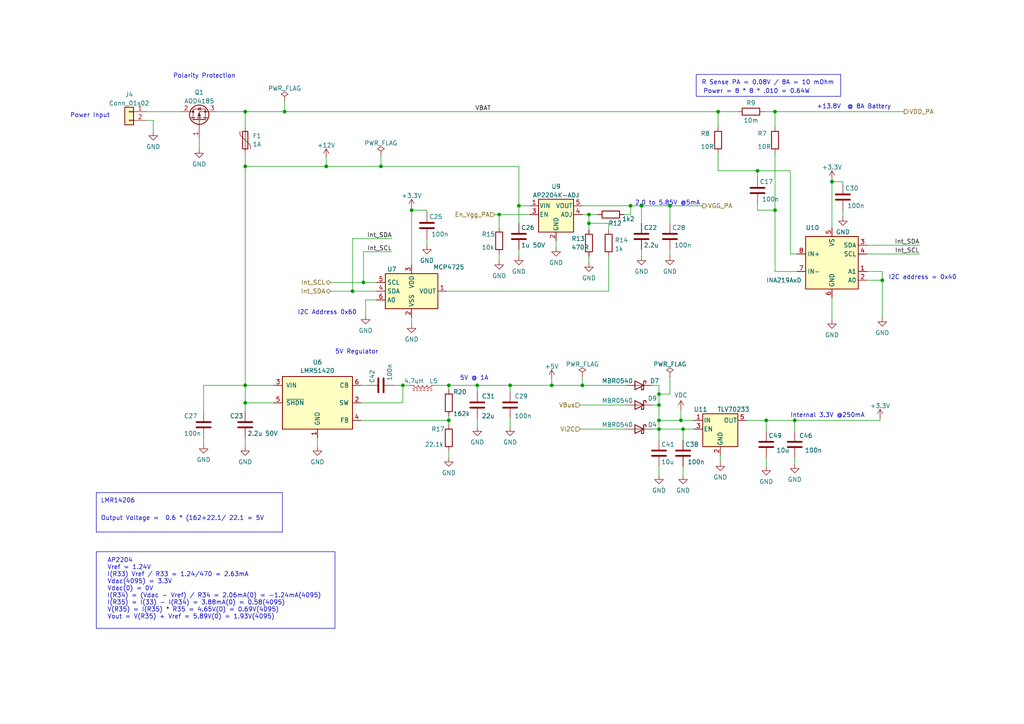
<source format=kicad_sch>
(kicad_sch (version 20231120) (generator "eeschema") (generator_version "8.0")
  (paper "A4")
  (lib_symbols
    (symbol "Analog_DAC:MCP4725xxx-xCH"
      (property "Reference" "U" (at -6.35 6.35 0))
      (property "Value" "MCP4725xxx-xCH" (at 8.89 6.35 0))
      (symbol "MCP4725xxx-xCH_0_1"
        (rectangle (start -7.62 5.08) (end 7.62 -5.08) (stroke (width 0.254)) (fill (type background)))
      )
      (symbol "MCP4725xxx-xCH_1_1"
        (pin output line (at 10.16 0 180) (length 2.54) (name "VOUT") (number "1"))
        (pin power_in line (at 0 -7.62 90) (length 2.54) (name "VSS") (number "2"))
        (pin power_in line (at 0 7.62 270) (length 2.54) (name "VDD") (number "3"))
        (pin bidirectional line (at -10.16 0 0) (length 2.54) (name "SDA") (number "4"))
        (pin input line (at -10.16 2.54 0) (length 2.54) (name "SCL") (number "5"))
        (pin input line (at -10.16 -2.54 0) (length 2.54) (name "A0") (number "6"))
      )
    )
    (symbol "Connector_Generic:Conn_01x02" (pin_names (offset 1.016) hide)
      (property "Reference" "J" (at 0 2.54 0))
      (property "Value" "Conn_01x02" (at 0 -5.08 0))
      (symbol "Conn_01x02_1_1"
        (rectangle (start -1.27 -2.413) (end 0 -2.667) (stroke (width 0.1524)))
        (rectangle (start -1.27 0.127) (end 0 -0.127) (stroke (width 0.1524)))
        (rectangle (start -1.27 1.27) (end 1.27 -3.81) (stroke (width 0.254)) (fill (type background)))
        (pin passive line (at -5.08 0 0) (length 3.81) (name "Pin_1") (number "1"))
        (pin passive line (at -5.08 -2.54 0) (length 3.81) (name "Pin_2") (number "2"))
      )
    )
    (symbol "Device:C" (pin_numbers hide) (pin_names (offset 0.254))
      (property "Reference" "C" (at 0.635 2.54 0))
      (property "Value" "C" (at 0.635 -2.54 0))
      (symbol "C_0_1"
        (polyline (pts (xy -2.032 -0.762) (xy 2.032 -0.762)) (stroke (width 0.508)))
        (polyline (pts (xy -2.032 0.762) (xy 2.032 0.762)) (stroke (width 0.508)))
      )
      (symbol "C_1_1"
        (pin passive line (at 0 3.81 270) (length 2.794) (name "~") (number "1"))
        (pin passive line (at 0 -3.81 90) (length 2.794) (name "~") (number "2"))
      )
    )
    (symbol "Device:D_Schottky" (pin_numbers hide) (pin_names (offset 1.016) hide)
      (property "Reference" "D" (at 0 2.54 0))
      (property "Value" "D_Schottky" (at 0 -2.54 0))
      (symbol "D_Schottky_0_1"
        (polyline (pts (xy 1.27 0) (xy -1.27 0)))
        (polyline (pts (xy 1.27 1.27) (xy 1.27 -1.27) (xy -1.27 0) (xy 1.27 1.27)) (stroke (width 0.254)))
        (polyline (pts (xy -1.905 0.635) (xy -1.905 1.27) (xy -1.27 1.27) (xy -1.27 -1.27) (xy -0.635 -1.27) (xy -0.635 -0.635)) (stroke (width 0.254)))
      )
      (symbol "D_Schottky_1_1"
        (pin passive line (at -3.81 0 0) (length 2.54) (name "K") (number "1"))
        (pin passive line (at 3.81 0 180) (length 2.54) (name "A") (number "2"))
      )
    )
    (symbol "Device:L_Ferrite" (pin_numbers hide) (pin_names (offset 1.016) hide)
      (property "Reference" "L" (at -1.27 0 90))
      (property "Value" "L_Ferrite" (at 2.794 0 90))
      (symbol "L_Ferrite_0_1"
        (arc (start 0 -2.54) (mid 0.6323 -1.905) (end 0 -1.27))
        (arc (start 0 -1.27) (mid 0.6323 -0.635) (end 0 0))
        (polyline (pts (xy 1.016 -2.794) (xy 1.016 -2.286)))
        (polyline (pts (xy 1.016 -1.778) (xy 1.016 -1.27)))
        (polyline (pts (xy 1.016 -0.762) (xy 1.016 -0.254)))
        (polyline (pts (xy 1.016 0.254) (xy 1.016 0.762)))
        (polyline (pts (xy 1.016 1.27) (xy 1.016 1.778)))
        (polyline (pts (xy 1.016 2.286) (xy 1.016 2.794)))
        (polyline (pts (xy 1.524 -2.286) (xy 1.524 -2.794)))
        (polyline (pts (xy 1.524 -1.27) (xy 1.524 -1.778)))
        (polyline (pts (xy 1.524 -0.254) (xy 1.524 -0.762)))
        (polyline (pts (xy 1.524 0.762) (xy 1.524 0.254)))
        (polyline (pts (xy 1.524 1.778) (xy 1.524 1.27)))
        (polyline (pts (xy 1.524 2.794) (xy 1.524 2.286)))
        (arc (start 0 0) (mid 0.6323 0.635) (end 0 1.27))
        (arc (start 0 1.27) (mid 0.6323 1.905) (end 0 2.54))
      )
      (symbol "L_Ferrite_1_1"
        (pin passive line (at 0 3.81 270) (length 1.27) (name "1") (number "1"))
        (pin passive line (at 0 -3.81 90) (length 1.27) (name "2") (number "2"))
      )
    )
    (symbol "Device:Polyfuse" (pin_numbers hide) (pin_names (offset 0))
      (property "Reference" "F" (at -2.54 0 90))
      (property "Value" "Polyfuse" (at 2.54 0 90))
      (symbol "Polyfuse_0_1"
        (rectangle (start -0.762 2.54) (end 0.762 -2.54) (stroke (width 0.254)))
        (polyline (pts (xy 0 2.54) (xy 0 -2.54)))
        (polyline (pts (xy -1.524 2.54) (xy -1.524 1.524) (xy 1.524 -1.524) (xy 1.524 -2.54)))
      )
      (symbol "Polyfuse_1_1"
        (pin passive line (at 0 3.81 270) (length 1.27) (name "~") (number "1"))
        (pin passive line (at 0 -3.81 90) (length 1.27) (name "~") (number "2"))
      )
    )
    (symbol "Device:R" (pin_numbers hide) (pin_names (offset 0))
      (property "Reference" "R" (at 2.032 0 90))
      (property "Value" "R" (at 0 0 90))
      (symbol "R_0_1"
        (rectangle (start -1.016 -2.54) (end 1.016 2.54) (stroke (width 0.254)))
      )
      (symbol "R_1_1"
        (pin passive line (at 0 3.81 270) (length 1.27) (name "~") (number "1"))
        (pin passive line (at 0 -3.81 90) (length 1.27) (name "~") (number "2"))
      )
    )
    (symbol "Pi_PA:LMR51420" (pin_names (offset 1.016))
      (property "Reference" "U" (at -10.16 11.43 0))
      (property "Value" "LMR51420" (at -10.16 8.89 0))
      (symbol "LMR51420_0_1"
        (rectangle (start -10.16 7.62) (end 10.16 -7.62) (stroke (width 0.254)) (fill (type background)))
      )
      (symbol "LMR51420_1_1"
        (pin power_in line (at 0 -10.16 90) (length 2.54) (name "GND") (number "1"))
        (pin output line (at 12.7 0 180) (length 2.54) (name "SW") (number "2"))
        (pin power_in line (at -12.7 5.08 0) (length 2.54) (name "VIN") (number "3"))
        (pin input line (at 12.7 -5.08 180) (length 2.54) (name "FB") (number "4"))
        (pin input line (at -12.7 0 0) (length 2.54) (name "~{SHDN}") (number "5"))
        (pin input line (at 12.7 5.08 180) (length 2.54) (name "CB") (number "6"))
      )
    )
    (symbol "Regulator_Linear:AP2204K-ADJ" (pin_names (offset 0.254))
      (property "Reference" "U" (at -5.08 5.715 0))
      (property "Value" "AP2204K-ADJ" (at 0 5.715 0))
      (symbol "AP2204K-ADJ_0_1"
        (rectangle (start -5.08 4.445) (end 5.08 -5.08) (stroke (width 0.254)) (fill (type background)))
      )
      (symbol "AP2204K-ADJ_1_1"
        (pin power_in line (at -7.62 2.54 0) (length 2.54) (name "VIN") (number "1"))
        (pin power_in line (at 0 -7.62 90) (length 2.54) (name "GND") (number "2"))
        (pin input line (at -7.62 0 0) (length 2.54) (name "EN") (number "3"))
        (pin input line (at 7.62 0 180) (length 2.54) (name "ADJ") (number "4"))
        (pin power_out line (at 7.62 2.54 180) (length 2.54) (name "VOUT") (number "5"))
      )
    )
    (symbol "Regulator_Linear:TLV70233_SOT23-5" (pin_names (offset 0.254))
      (property "Reference" "U" (at -3.81 5.715 0))
      (property "Value" "TLV70233_SOT23-5" (at 0 5.715 0))
      (symbol "TLV70233_SOT23-5_0_1"
        (rectangle (start -5.08 4.445) (end 5.08 -5.08) (stroke (width 0.254)) (fill (type background)))
      )
      (symbol "TLV70233_SOT23-5_1_1"
        (pin power_in line (at -7.62 2.54 0) (length 2.54) (name "IN") (number "1"))
        (pin power_in line (at 0 -7.62 90) (length 2.54) (name "GND") (number "2"))
        (pin input line (at -7.62 0 0) (length 2.54) (name "EN") (number "3"))
        (pin no_connect line (at 5.08 0 180) (length 2.54) hide (name "NC") (number "4"))
        (pin power_out line (at 7.62 2.54 180) (length 2.54) (name "OUT") (number "5"))
      )
    )
    (symbol "Sensor_Energy:INA219AxD"
      (property "Reference" "U" (at -6.35 8.89 0))
      (property "Value" "INA219AxD" (at 5.08 8.89 0))
      (symbol "INA219AxD_0_1"
        (rectangle (start -7.62 7.62) (end 7.62 -7.62) (stroke (width 0.254)) (fill (type background)))
      )
      (symbol "INA219AxD_1_1"
        (pin input line (at 10.16 -2.54 180) (length 2.54) (name "A1") (number "1"))
        (pin input line (at 10.16 -5.08 180) (length 2.54) (name "A0") (number "2"))
        (pin bidirectional line (at 10.16 5.08 180) (length 2.54) (name "SDA") (number "3"))
        (pin input line (at 10.16 2.54 180) (length 2.54) (name "SCL") (number "4"))
        (pin power_in line (at 0 10.16 270) (length 2.54) (name "VS") (number "5"))
        (pin power_in line (at 0 -10.16 90) (length 2.54) (name "GND") (number "6"))
        (pin input line (at -10.16 -2.54 0) (length 2.54) (name "IN-") (number "7"))
        (pin input line (at -10.16 2.54 0) (length 2.54) (name "IN+") (number "8"))
      )
    )
    (symbol "Transistor_FET:SUD09P10-195" (pin_names hide)
      (property "Reference" "Q" (at 4.953 1.905 0))
      (property "Value" "SUD09P10-195" (at 4.953 0 0))
      (symbol "SUD09P10-195_0_1"
        (polyline (pts (xy 0.254 0) (xy -2.54 0)))
        (polyline (pts (xy 0.254 1.905) (xy 0.254 -1.905)) (stroke (width 0.254)))
        (polyline (pts (xy 0.762 -1.27) (xy 0.762 -2.286)) (stroke (width 0.254)))
        (polyline (pts (xy 0.762 0.508) (xy 0.762 -0.508)) (stroke (width 0.254)))
        (polyline (pts (xy 0.762 2.286) (xy 0.762 1.27)) (stroke (width 0.254)))
        (polyline (pts (xy 2.54 2.54) (xy 2.54 1.778)))
        (polyline (pts (xy 2.54 -2.54) (xy 2.54 0) (xy 0.762 0)))
        (polyline (pts (xy 0.762 1.778) (xy 3.302 1.778) (xy 3.302 -1.778) (xy 0.762 -1.778)))
        (polyline (pts (xy 2.286 0) (xy 1.27 0.381) (xy 1.27 -0.381) (xy 2.286 0)) (fill (type outline)))
        (polyline (pts (xy 2.794 -0.508) (xy 2.921 -0.381) (xy 3.683 -0.381) (xy 3.81 -0.254)))
        (polyline (pts (xy 3.302 -0.381) (xy 2.921 0.254) (xy 3.683 0.254) (xy 3.302 -0.381)))
        (circle (center 1.651 0) (radius 2.794) (stroke (width 0.254)))
        (circle (center 2.54 -1.778) (radius 0.254) (fill (type outline)))
        (circle (center 2.54 1.778) (radius 0.254) (fill (type outline)))
      )
      (symbol "SUD09P10-195_1_1"
        (pin input line (at -5.08 0 0) (length 2.54) (name "G") (number "1"))
        (pin passive line (at 2.54 5.08 270) (length 2.54) (name "D") (number "2"))
        (pin passive line (at 2.54 -5.08 90) (length 2.54) (name "S") (number "3"))
      )
    )
    (symbol "power:+12V" (power) (pin_names (offset 0))
      (property "Value" "+12V" (at 0 3.556 0))
      (symbol "+12V_0_1"
        (polyline (pts (xy -0.762 1.27) (xy 0 2.54)))
        (polyline (pts (xy 0 0) (xy 0 2.54)))
        (polyline (pts (xy 0 2.54) (xy 0.762 1.27)))
      )
      (symbol "+12V_1_1"
        (pin power_in line (at 0 0 90) (length 0) hide (name "+12V") (number "1"))
      )
    )
    (symbol "power:+3.3V" (power) (pin_names (offset 0))
      (property "Value" "+3.3V" (at 0 3.556 0))
      (symbol "+3.3V_0_1"
        (polyline (pts (xy -0.762 1.27) (xy 0 2.54)))
        (polyline (pts (xy 0 0) (xy 0 2.54)))
        (polyline (pts (xy 0 2.54) (xy 0.762 1.27)))
      )
      (symbol "+3.3V_1_1"
        (pin power_in line (at 0 0 90) (length 0) hide (name "+3.3V") (number "1"))
      )
    )
    (symbol "power:+5V" (power) (pin_names (offset 0))
      (property "Value" "+5V" (at 0 3.556 0))
      (symbol "+5V_0_1"
        (polyline (pts (xy -0.762 1.27) (xy 0 2.54)))
        (polyline (pts (xy 0 0) (xy 0 2.54)))
        (polyline (pts (xy 0 2.54) (xy 0.762 1.27)))
      )
      (symbol "+5V_1_1"
        (pin power_in line (at 0 0 90) (length 0) hide (name "+5V") (number "1"))
      )
    )
    (symbol "power:GND" (power) (pin_names (offset 0))
      (property "Value" "GND" (at 0 -3.81 0))
      (symbol "GND_0_1"
        (polyline (pts (xy 0 0) (xy 0 -1.27) (xy 1.27 -1.27) (xy 0 -2.54) (xy -1.27 -1.27) (xy 0 -1.27)))
      )
      (symbol "GND_1_1"
        (pin power_in line (at 0 0 270) (length 0) hide (name "GND") (number "1"))
      )
    )
    (symbol "power:PWR_FLAG" (power) (pin_numbers hide) (pin_names (offset 0) hide)
      (property "Value" "PWR_FLAG" (at 0 3.81 0))
      (symbol "PWR_FLAG_0_0"
        (pin power_out line (at 0 0 90) (length 0) (name "pwr") (number "1"))
      )
      (symbol "PWR_FLAG_0_1"
        (polyline (pts (xy 0 0) (xy 0 1.27) (xy -1.016 1.905) (xy 0 2.54) (xy 1.016 1.905) (xy 0 1.27)))
      )
    )
    (symbol "power:VDC" (power) (pin_names (offset 0))
      (property "Value" "VDC" (at 0 6.35 0))
      (symbol "VDC_0_1"
        (polyline (pts (xy -0.762 1.27) (xy 0 2.54)))
        (polyline (pts (xy 0 0) (xy 0 2.54)))
        (polyline (pts (xy 0 2.54) (xy 0.762 1.27)))
      )
      (symbol "VDC_1_1"
        (pin power_in line (at 0 0 90) (length 0) hide (name "VDC") (number "1"))
      )
    )
  )
  (junction (at 94.615 48.26))
  (junction (at 110.49 48.26))
  (junction (at 255.905 81.28))
  (junction (at 224.79 60.96))
  (junction (at 102.235 84.455))
  (junction (at 224.79 32.385))
  (junction (at 168.91 111.76))
  (junction (at 197.485 121.92))
  (junction (at 182.88 59.69))
  (junction (at 230.505 121.92))
  (junction (at 105.41 81.915))
  (junction (at 170.815 62.23))
  (junction (at 170.815 64.77))
  (junction (at 119.38 60.96))
  (junction (at 116.84 111.76))
  (junction (at 194.31 59.69))
  (junction (at 191.135 114.3))
  (junction (at 82.55 32.385))
  (junction (at 186.055 59.69))
  (junction (at 191.135 117.475))
  (junction (at 160.02 111.76))
  (junction (at 71.12 116.84))
  (junction (at 147.955 111.76))
  (junction (at 191.135 121.92))
  (junction (at 144.78 62.23))
  (junction (at 138.43 111.76))
  (junction (at 241.3 52.705))
  (junction (at 191.135 124.46))
  (junction (at 222.25 121.92))
  (junction (at 130.175 111.76))
  (junction (at 71.12 32.385))
  (junction (at 71.12 48.26))
  (junction (at 71.12 111.76))
  (junction (at 208.28 32.385))
  (junction (at 219.71 49.53))
  (junction (at 150.495 59.69))
  (junction (at 130.175 121.92))
  (junction (at 198.12 124.46))
  (wire (pts (xy 130.175 120.65) (xy 130.175 121.92)))
  (wire (pts (xy 71.12 48.26) (xy 94.615 48.26)))
  (polyline (pts (xy 27.94 142.875) (xy 81.915 142.875)))
  (wire (pts (xy 219.71 60.96) (xy 224.79 60.96)))
  (wire (pts (xy 168.275 124.46) (xy 181.61 124.46)))
  (polyline (pts (xy 27.94 160.02) (xy 27.94 182.245)))
  (wire (pts (xy 104.775 111.76) (xy 106.68 111.76)))
  (wire (pts (xy 119.38 60.325) (xy 119.38 60.96)))
  (wire (pts (xy 229.235 49.53) (xy 229.235 73.66)))
  (wire (pts (xy 160.02 109.855) (xy 160.02 111.76)))
  (wire (pts (xy 130.175 111.76) (xy 130.175 113.03)))
  (wire (pts (xy 219.71 59.055) (xy 219.71 60.96)))
  (wire (pts (xy 191.135 117.475) (xy 191.135 114.3)))
  (wire (pts (xy 230.505 121.92) (xy 255.27 121.92)))
  (polyline (pts (xy 201.93 21.59) (xy 201.93 27.94)))
  (wire (pts (xy 251.46 78.74) (xy 255.905 78.74)))
  (wire (pts (xy 71.12 127) (xy 71.12 129.54)))
  (wire (pts (xy 130.175 121.92) (xy 130.175 123.19)))
  (wire (pts (xy 194.31 59.69) (xy 194.31 64.77)))
  (wire (pts (xy 198.12 124.46) (xy 198.12 127.635)))
  (wire (pts (xy 170.815 64.77) (xy 170.815 62.23)))
  (polyline (pts (xy 27.94 182.245) (xy 97.155 182.245)))
  (wire (pts (xy 189.23 117.475) (xy 191.135 117.475)))
  (wire (pts (xy 176.53 84.455) (xy 176.53 74.295)))
  (wire (pts (xy 144.78 73.66) (xy 144.78 75.565)))
  (wire (pts (xy 191.135 135.255) (xy 191.135 137.795)))
  (wire (pts (xy 194.31 72.39) (xy 194.31 74.295)))
  (wire (pts (xy 119.38 92.075) (xy 119.38 93.98)))
  (wire (pts (xy 251.46 81.28) (xy 255.905 81.28)))
  (wire (pts (xy 42.545 32.385) (xy 52.705 32.385)))
  (wire (pts (xy 138.43 121.285) (xy 138.43 123.825)))
  (wire (pts (xy 219.71 49.53) (xy 229.235 49.53)))
  (wire (pts (xy 208.28 32.385) (xy 213.995 32.385)))
  (wire (pts (xy 244.475 53.34) (xy 244.475 52.705)))
  (wire (pts (xy 241.3 52.705) (xy 241.3 66.04)))
  (polyline (pts (xy 27.94 160.02) (xy 97.155 160.02)))
  (wire (pts (xy 110.49 45.085) (xy 110.49 48.26)))
  (wire (pts (xy 94.615 45.72) (xy 94.615 48.26)))
  (polyline (pts (xy 27.94 142.875) (xy 27.94 154.305)))
  (wire (pts (xy 241.3 52.705) (xy 241.3 52.07)))
  (wire (pts (xy 182.88 59.69) (xy 186.055 59.69)))
  (wire (pts (xy 62.865 32.385) (xy 71.12 32.385)))
  (wire (pts (xy 191.135 121.92) (xy 191.135 124.46)))
  (wire (pts (xy 144.78 62.23) (xy 144.78 66.04)))
  (wire (pts (xy 168.91 109.22) (xy 168.91 111.76)))
  (wire (pts (xy 189.23 124.46) (xy 191.135 124.46)))
  (wire (pts (xy 194.31 109.22) (xy 194.31 114.3)))
  (wire (pts (xy 138.43 111.76) (xy 147.955 111.76)))
  (wire (pts (xy 71.12 111.76) (xy 71.12 48.26)))
  (wire (pts (xy 144.78 62.23) (xy 153.67 62.23)))
  (wire (pts (xy 182.88 62.23) (xy 182.88 59.69)))
  (wire (pts (xy 71.12 44.45) (xy 71.12 48.26)))
  (wire (pts (xy 244.475 60.96) (xy 244.475 62.865)))
  (wire (pts (xy 194.31 59.69) (xy 203.835 59.69)))
  (wire (pts (xy 176.53 64.77) (xy 170.815 64.77)))
  (wire (pts (xy 147.955 111.76) (xy 147.955 113.665)))
  (wire (pts (xy 59.055 111.76) (xy 59.055 119.38)))
  (wire (pts (xy 92.075 127) (xy 92.075 129.54)))
  (wire (pts (xy 224.79 32.385) (xy 224.79 36.83)))
  (wire (pts (xy 222.25 132.715) (xy 222.25 135.255)))
  (wire (pts (xy 229.235 73.66) (xy 231.14 73.66)))
  (wire (pts (xy 102.235 84.455) (xy 109.22 84.455)))
  (wire (pts (xy 241.3 86.36) (xy 241.3 92.71)))
  (wire (pts (xy 197.485 118.745) (xy 197.485 121.92)))
  (wire (pts (xy 191.135 111.76) (xy 189.23 111.76)))
  (wire (pts (xy 59.055 127) (xy 59.055 128.905)))
  (wire (pts (xy 105.41 81.915) (xy 105.41 73.025)))
  (wire (pts (xy 170.815 62.23) (xy 173.355 62.23)))
  (wire (pts (xy 168.91 62.23) (xy 170.815 62.23)))
  (wire (pts (xy 219.71 49.53) (xy 219.71 51.435)))
  (wire (pts (xy 150.495 59.69) (xy 153.67 59.69)))
  (wire (pts (xy 191.135 114.3) (xy 191.135 111.76)))
  (wire (pts (xy 114.3 111.76) (xy 116.84 111.76)))
  (wire (pts (xy 129.54 84.455) (xy 176.53 84.455)))
  (wire (pts (xy 110.49 48.26) (xy 150.495 48.26)))
  (wire (pts (xy 94.615 48.26) (xy 110.49 48.26)))
  (wire (pts (xy 126.365 111.76) (xy 130.175 111.76)))
  (wire (pts (xy 230.505 121.92) (xy 230.505 125.095)))
  (polyline (pts (xy 97.155 182.245) (xy 97.155 160.02)))
  (wire (pts (xy 255.27 121.285) (xy 255.27 121.92)))
  (wire (pts (xy 130.175 111.76) (xy 138.43 111.76)))
  (wire (pts (xy 104.775 121.92) (xy 130.175 121.92)))
  (polyline (pts (xy 201.93 27.94) (xy 243.84 27.94)))
  (wire (pts (xy 71.12 111.76) (xy 59.055 111.76)))
  (wire (pts (xy 42.545 34.925) (xy 44.45 34.925)))
  (wire (pts (xy 168.275 117.475) (xy 181.61 117.475)))
  (wire (pts (xy 198.12 135.255) (xy 198.12 137.795)))
  (wire (pts (xy 186.055 72.39) (xy 186.055 74.295)))
  (wire (pts (xy 180.975 62.23) (xy 182.88 62.23)))
  (wire (pts (xy 191.135 124.46) (xy 191.135 127.635)))
  (wire (pts (xy 222.25 121.92) (xy 230.505 121.92)))
  (wire (pts (xy 71.12 111.76) (xy 79.375 111.76)))
  (wire (pts (xy 168.91 59.69) (xy 182.88 59.69)))
  (wire (pts (xy 186.055 59.69) (xy 186.055 64.77)))
  (wire (pts (xy 82.55 29.21) (xy 82.55 32.385)))
  (wire (pts (xy 194.31 114.3) (xy 191.135 114.3)))
  (wire (pts (xy 102.235 69.215) (xy 113.665 69.215)))
  (wire (pts (xy 197.485 121.92) (xy 201.295 121.92)))
  (wire (pts (xy 105.41 81.915) (xy 109.22 81.915)))
  (wire (pts (xy 116.84 111.76) (xy 116.84 116.84)))
  (wire (pts (xy 221.615 32.385) (xy 224.79 32.385)))
  (wire (pts (xy 150.495 48.26) (xy 150.495 59.69)))
  (wire (pts (xy 198.12 124.46) (xy 201.295 124.46)))
  (wire (pts (xy 71.12 116.84) (xy 79.375 116.84)))
  (wire (pts (xy 102.235 84.455) (xy 102.235 69.215)))
  (wire (pts (xy 224.79 60.96) (xy 224.79 78.74)))
  (wire (pts (xy 71.12 111.76) (xy 71.12 116.84)))
  (wire (pts (xy 150.495 72.39) (xy 150.495 74.295)))
  (wire (pts (xy 116.84 111.76) (xy 118.745 111.76)))
  (wire (pts (xy 176.53 66.675) (xy 176.53 64.77)))
  (wire (pts (xy 123.825 61.595) (xy 123.825 60.96)))
  (wire (pts (xy 106.045 86.995) (xy 109.22 86.995)))
  (wire (pts (xy 150.495 59.69) (xy 150.495 64.77)))
  (wire (pts (xy 251.46 71.12) (xy 266.7 71.12)))
  (wire (pts (xy 123.825 69.215) (xy 123.825 71.12)))
  (wire (pts (xy 160.02 111.76) (xy 168.91 111.76)))
  (polyline (pts (xy 27.94 154.305) (xy 81.915 154.305)))
  (wire (pts (xy 130.175 130.81) (xy 130.175 132.715)))
  (wire (pts (xy 191.135 121.92) (xy 191.135 117.475)))
  (wire (pts (xy 71.12 32.385) (xy 71.12 36.83)))
  (wire (pts (xy 71.12 116.84) (xy 71.12 119.38)))
  (wire (pts (xy 244.475 52.705) (xy 241.3 52.705)))
  (wire (pts (xy 255.905 81.28) (xy 255.905 92.075)))
  (wire (pts (xy 208.28 44.45) (xy 208.28 49.53)))
  (wire (pts (xy 224.79 32.385) (xy 262.255 32.385)))
  (wire (pts (xy 251.46 73.66) (xy 266.7 73.66)))
  (wire (pts (xy 208.28 49.53) (xy 219.71 49.53)))
  (polyline (pts (xy 243.84 27.94) (xy 243.84 21.59)))
  (wire (pts (xy 255.905 78.74) (xy 255.905 81.28)))
  (polyline (pts (xy 201.93 21.59) (xy 243.84 21.59)))
  (wire (pts (xy 82.55 32.385) (xy 208.28 32.385)))
  (wire (pts (xy 161.29 69.85) (xy 161.29 71.755)))
  (wire (pts (xy 147.955 121.285) (xy 147.955 123.825)))
  (wire (pts (xy 95.885 84.455) (xy 102.235 84.455)))
  (wire (pts (xy 95.885 81.915) (xy 105.41 81.915)))
  (wire (pts (xy 106.045 91.44) (xy 106.045 86.995)))
  (wire (pts (xy 105.41 73.025) (xy 113.665 73.025)))
  (wire (pts (xy 123.825 60.96) (xy 119.38 60.96)))
  (wire (pts (xy 44.45 34.925) (xy 44.45 38.1)))
  (wire (pts (xy 138.43 111.76) (xy 138.43 113.665)))
  (wire (pts (xy 57.785 40.005) (xy 57.785 43.18)))
  (wire (pts (xy 216.535 121.92) (xy 222.25 121.92)))
  (wire (pts (xy 191.135 121.92) (xy 197.485 121.92)))
  (wire (pts (xy 208.915 132.08) (xy 208.915 133.985)))
  (wire (pts (xy 224.79 78.74) (xy 231.14 78.74)))
  (wire (pts (xy 143.51 62.23) (xy 144.78 62.23)))
  (wire (pts (xy 147.955 111.76) (xy 160.02 111.76)))
  (wire (pts (xy 186.055 59.69) (xy 194.31 59.69)))
  (wire (pts (xy 168.91 111.76) (xy 181.61 111.76)))
  (wire (pts (xy 170.815 66.675) (xy 170.815 64.77)))
  (wire (pts (xy 170.815 74.295) (xy 170.815 76.2)))
  (wire (pts (xy 71.12 32.385) (xy 82.55 32.385)))
  (wire (pts (xy 104.775 116.84) (xy 116.84 116.84)))
  (wire (pts (xy 208.28 32.385) (xy 208.28 36.83)))
  (wire (pts (xy 222.25 125.095) (xy 222.25 121.92)))
  (wire (pts (xy 230.505 132.715) (xy 230.505 134.62)))
  (polyline (pts (xy 81.915 154.305) (xy 81.915 142.875)))
  (wire (pts (xy 191.135 124.46) (xy 198.12 124.46)))
  (wire (pts (xy 224.79 44.45) (xy 224.79 60.96)))
  (wire (pts (xy 119.38 60.96) (xy 119.38 76.835)))
  (text "5V @ 1A" (at 133.35 110.49 0) (effects (font (size 1.27 1.27)) (justify left bottom)))
  (text "Power Input" (at 20.32 34.29 0) (effects (font (size 1.27 1.27)) (justify left bottom)))
  (text "2.0 to 5.85V @5mA" (at 184.15 59.69 0) (effects (font (size 1.27 1.27)) (justify left bottom)))
  (text "I2C Address 0x60" (at 103.505 91.44 0) (effects (font (size 1.27 1.27)) (justify right bottom)))
  (text "+13.8V  @ 8A Battery" (at 236.855 31.75 0) (effects (font (size 1.27 1.27)) (justify left bottom)))
  (text "I2C address = 0x40" (at 277.495 81.28 0) (effects (font (size 1.27 1.27)) (justify right bottom)))
  (text "LMR14206" (at 29.21 146.05 0) (effects (font (size 1.27 1.27)) (justify left bottom)))
  (text "Internal 3.3V @250mA" (at 229.235 121.285 0) (effects (font (size 1.27 1.27)) (justify left bottom)))
  (text "AP2204\nVref = 1.24V\nI(R33) Vref / R33 = 1.24/470 = 2.63mA\nVdac(4095) = 3.3V\nVdac(0) = 0V\nI(R34) = (Vdac - Vref) / R34 = 2.06mA(0) = -1.24mA(4095)\nI(R35) = I(33) - I(R34) = 3.88mA(0) = 0.58(4095)\nV(R35) = I(R35) * R35 = 4.65V(0) = 0.69V(4095)\nVout = V(R35) + Vref = 5.89V(0) = 1.93V(4095)\n" (at 31.115 179.705 0) (effects (font (size 1.27 1.27)) (justify left bottom)))
  (text "R Sense PA = 0.08V / 8A = 10 mOhm" (at 241.935 24.765 0) (effects (font (size 1.27 1.27)) (justify right bottom)))
  (text "Polarity Protection\n" (at 50.165 22.86 0) (effects (font (size 1.27 1.27)) (justify left bottom)))
  (text "Power = 8 * 8 * .010 = 0.64W" (at 234.95 27.305 0) (effects (font (size 1.27 1.27)) (justify right bottom)))
  (text "Output Voltage =  0.6 * (162+22.1/ 22.1 = 5V" (at 29.21 151.13 0) (effects (font (size 1.27 1.27)) (justify left bottom)))
  (text "5V Regulator" (at 97.155 102.87 0) (effects (font (size 1.27 1.27)) (justify left bottom)))
  (label "Int_SDA" (at 266.7 71.12 180))
  (label "Int_SDA" (at 113.665 69.215 180))
  (label "Int_SCL" (at 113.665 73.025 180))
  (label "VBAT" (at 137.795 32.385 0))
  (label "Int_SCL" (at 266.7 73.66 180))
  (hierarchical_label "VBus" (shape input) (at 168.275 117.475 180))
  (hierarchical_label "VDD_PA" (shape output) (at 262.255 32.385 0))
  (hierarchical_label "Int_SCL" (shape bidirectional) (at 95.885 81.915 180))
  (hierarchical_label "Int_SDA" (shape bidirectional) (at 95.885 84.455 180))
  (hierarchical_label "VGG_PA" (shape output) (at 203.835 59.69 0))
  (hierarchical_label "VI2C" (shape input) (at 168.275 124.46 180))
  (hierarchical_label "En_Vgg_PA" (shape input) (at 143.51 62.23 180))
  (symbol (lib_id "power:GND") (at 44.45 38.1 0) (unit 1)
    (property "Reference" "#PWR039" (effects (hide yes)))
    (property "Value" "GND" (at 44.45 42.5434 0))
  )
  (symbol (lib_id "Device:Polyfuse") (at 71.12 40.64 0) (unit 1)
    (property "Reference" "F1" (at 73.279 39.4279 0) (effects (justify left)))
    (property "Value" "1A" (at 73.279 41.8521 0) (effects (justify left)))
    (property "Footprint" "Fuse:Fuse_1206_3216Metric" (effects (hide yes)))
    (property "Comment" "1A Polyfuse 1206 24V" (effects (hide yes)))
    (property "LCSC Part" "C910830" (effects (hide yes)))
  )
  (symbol (lib_id "Analog_DAC:MCP4725xxx-xCH") (at 119.38 84.455 0) (unit 1)
    (property "Reference" "U7" (at 113.665 78.105 0))
    (property "Value" "MCP4725" (at 130.175 77.47 0))
    (property "Footprint" "Package_TO_SOT_SMD:SOT-23-6" (effects (hide yes)))
    (property "LCSC Part" "C144198" (effects (hide yes)))
  )
  (symbol (lib_id "power:+3.3V") (at 119.38 60.325 0) (unit 1)
    (property "Reference" "#PWR047" (effects (hide yes)))
    (property "Value" "+3.3V" (at 119.38 56.7492 0))
  )
  (symbol (lib_id "Device:C") (at 230.505 128.905 0) (unit 1)
    (property "Reference" "C46" (at 231.775 126.365 0) (effects (justify left)))
    (property "Value" "100n" (at 233.426 130.6072 0) (effects (justify left)))
    (property "Footprint" "Capacitor_SMD:C_0603_1608Metric" (effects (hide yes)))
    (property "Comment" "100nF 50V 0603 5%" (effects (hide yes)))
    (property "LCSC Part" "C88136" (effects (hide yes)))
  )
  (symbol (lib_id "Regulator_Linear:TLV70233_SOT23-5") (at 208.915 124.46 0) (unit 1)
    (property "Reference" "U11" (at 203.2 118.745 0))
    (property "Value" "TLV70233" (at 212.725 118.745 0))
    (property "Footprint" "Package_TO_SOT_SMD:SOT-23-5" (effects (hide yes)))
    (property "LCSC Part" "C26833" (effects (hide yes)))
  )
  (symbol (lib_id "power:GND") (at 71.12 129.54 0) (unit 1)
    (property "Reference" "#PWR041" (effects (hide yes)))
    (property "Value" "GND" (at 71.12 133.9834 0))
  )
  (symbol (lib_id "Pi_PA:LMR51420") (at 92.075 116.84 0) (unit 1)
    (property "Reference" "U6" (at 92.075 105.0757 0))
    (property "Value" "LMR51420" (at 92.075 107.4999 0))
    (property "Footprint" "Package_TO_SOT_SMD:SOT-23-6" (effects (hide yes)))
    (property "LCSC Part" "C5383002" (effects (hide yes)))
  )
  (symbol (lib_id "power:+3.3V") (at 255.27 121.285 0) (unit 1)
    (property "Reference" "#PWR069" (effects (hide yes)))
    (property "Value" "+3.3V" (at 255.27 117.7092 0))
  )
  (symbol (lib_id "Device:R") (at 208.28 40.64 0) (unit 1)
    (property "Reference" "R8" (at 203.2 38.735 0) (effects (justify left)))
    (property "Value" "10R" (at 203.2 42.545 0) (effects (justify left)))
    (property "Footprint" "Resistor_SMD:R_0603_1608Metric" (effects (hide yes)))
    (property "LCSC Part" "C22859" (effects (hide yes)))
  )
  (symbol (lib_id "Device:C") (at 186.055 68.58 0) (unit 1)
    (property "Reference" "C22" (at 186.69 66.04 0) (effects (justify left)))
    (property "Value" "2.2u" (at 186.69 71.12 0) (effects (justify left)))
    (property "Footprint" "Capacitor_SMD:C_0603_1608Metric" (effects (hide yes)))
    (property "Comment" "2.2uf 0603 25V 10%" (effects (hide yes)))
    (property "LCSC Part" "C57895" (effects (hide yes)))
  )
  (symbol (lib_id "power:+12V") (at 94.615 45.72 0) (unit 1)
    (property "Reference" "#PWR051" (effects (hide yes)))
    (property "Value" "+12V" (at 94.615 42.1442 0))
  )
  (symbol (lib_id "power:GND") (at 170.815 76.2 0) (unit 1)
    (property "Reference" "#PWR057" (effects (hide yes)))
    (property "Value" "GND" (at 170.815 80.6434 0))
  )
  (symbol (lib_id "power:GND") (at 138.43 123.825 0) (unit 1)
    (property "Reference" "#PWR052" (effects (hide yes)))
    (property "Value" "GND" (at 138.43 128.2684 0))
  )
  (symbol (lib_id "power:+5V") (at 160.02 109.855 0) (unit 1)
    (property "Reference" "#PWR0101" (effects (hide yes)))
    (property "Value" "+5V" (at 160.02 106.2792 0))
  )
  (symbol (lib_id "Device:C") (at 147.955 117.475 0) (unit 1)
    (property "Reference" "C29" (at 149.225 114.935 0) (effects (justify left)))
    (property "Value" "100n" (at 149.225 120.65 0) (effects (justify left)))
    (property "Footprint" "Capacitor_SMD:C_0603_1608Metric" (effects (hide yes)))
    (property "Comment" "100nF 50V 0603 5%" (effects (hide yes)))
    (property "LCSC Part" "C88136" (effects (hide yes)))
  )
  (symbol (lib_id "Device:R") (at 170.815 70.485 0) (unit 1)
    (property "Reference" "R13" (at 165.735 69.215 0) (effects (justify left)))
    (property "Value" "470R" (at 165.735 71.755 0) (effects (justify left)))
    (property "Footprint" "Resistor_SMD:R_0603_1608Metric" (effects (hide yes)))
    (property "LCSC Part" "C23179" (effects (hide yes)))
  )
  (symbol (lib_id "Device:C") (at 222.25 128.905 0) (unit 1)
    (property "Reference" "C49" (at 222.885 126.365 0) (effects (justify left)))
    (property "Value" "10u" (at 225.171 130.6072 0) (effects (justify left)))
    (property "Footprint" "Capacitor_SMD:C_0603_1608Metric" (effects (hide yes)))
    (property "Comment" "10uf 0603 25V 20%" (effects (hide yes)))
    (property "LCSC Part" "C96446" (effects (hide yes)))
  )
  (symbol (lib_id "power:GND") (at 186.055 74.295 0) (unit 1)
    (property "Reference" "#PWR058" (effects (hide yes)))
    (property "Value" "GND" (at 186.055 78.7384 0))
  )
  (symbol (lib_id "power:GND") (at 144.78 75.565 0) (unit 1)
    (property "Reference" "#PWR053" (effects (hide yes)))
    (property "Value" "GND" (at 144.78 80.0084 0))
  )
  (symbol (lib_id "Device:R") (at 130.175 116.84 0) (unit 1)
    (property "Reference" "R20" (at 131.445 113.665 0) (effects (justify left)))
    (property "Value" "162k" (at 131.445 120.015 0) (effects (justify left)))
    (property "Footprint" "Resistor_SMD:R_0603_1608Metric" (effects (hide yes)))
    (property "LCSC Part" "C3016073" (effects (hide yes)))
  )
  (symbol (lib_id "Transistor_FET:SUD09P10-195") (at 57.785 34.925 90) (unit 1)
    (property "Reference" "Q1" (at 57.785 26.7802 90))
    (property "Value" "AOD4185" (at 57.785 29.3171 90))
    (property "Footprint" "Package_TO_SOT_SMD:TO-252-2" (effects (hide yes)))
    (property "Comment" "MOSFET 40V 40A TO-252" (effects (hide yes)))
    (property "LCSC Part" "C5261064" (effects (hide yes)))
  )
  (symbol (lib_id "Device:C") (at 219.71 55.245 0) (unit 1)
    (property "Reference" "C17" (at 220.345 52.705 0) (effects (justify left)))
    (property "Value" "100n" (at 220.98 57.785 0) (effects (justify left)))
    (property "Footprint" "Capacitor_SMD:C_0603_1608Metric" (effects (hide yes)))
    (property "Comment" "100nF 50V 0603 5%" (effects (hide yes)))
    (property "LCSC Part" "C88136" (effects (hide yes)))
  )
  (symbol (lib_id "power:GND") (at 198.12 137.795 0) (unit 1)
    (property "Reference" "#PWR061" (effects (hide yes)))
    (property "Value" "GND" (at 198.12 142.2384 0))
  )
  (symbol (lib_id "Device:R") (at 177.165 62.23 270) (unit 1)
    (property "Reference" "R12" (at 178.435 64.77 90))
    (property "Value" "1k2" (at 182.245 63.5 90))
    (property "Footprint" "Resistor_SMD:R_0603_1608Metric" (effects (hide yes)))
    (property "LCSC Part" "C22765" (effects (hide yes)))
  )
  (symbol (lib_id "power:GND") (at 230.505 134.62 0) (unit 1)
    (property "Reference" "#PWR064" (effects (hide yes)))
    (property "Value" "GND" (at 230.505 139.0634 0))
  )
  (symbol (lib_id "Device:D_Schottky") (at 185.42 117.475 0) (mirror y) (unit 1)
    (property "Reference" "D9" (at 189.23 115.57 0))
    (property "Value" "MBR0540" (at 179.07 116.205 0))
    (property "Footprint" "Diode_SMD:D_SOD-123" (effects (hide yes)))
    (property "Comment" "Schottky Diode 1A SOD123" (effects (hide yes)))
    (property "LCSC Part" "C3018524" (effects (hide yes)))
  )
  (symbol (lib_id "Device:R") (at 144.78 69.85 0) (unit 1)
    (property "Reference" "R15" (at 139.7 67.945 0) (effects (justify left)))
    (property "Value" "10k" (at 139.7 71.755 0) (effects (justify left)))
    (property "Footprint" "Resistor_SMD:R_0603_1608Metric" (effects (hide yes)))
    (property "LCSC Part" "C25804" (effects (hide yes)))
  )
  (symbol (lib_id "Device:C") (at 138.43 117.475 0) (unit 1)
    (property "Reference" "C31" (at 139.7 114.935 0) (effects (justify left)))
    (property "Value" "22u" (at 139.7 120.65 0) (effects (justify left)))
    (property "Footprint" "Capacitor_SMD:C_0805_2012Metric" (effects (hide yes)))
    (property "Comment" "22uf 0805 25V 20%" (effects (hide yes)))
    (property "LCSC Part" "C602037" (effects (hide yes)))
  )
  (symbol (lib_id "power:GND") (at 241.3 92.71 0) (unit 1)
    (property "Reference" "#PWR066" (effects (hide yes)))
    (property "Value" "GND" (at 241.3 97.1534 0))
  )
  (symbol (lib_id "power:GND") (at 130.175 132.715 0) (unit 1)
    (property "Reference" "#PWR050" (effects (hide yes)))
    (property "Value" "GND" (at 130.175 137.1584 0))
  )
  (symbol (lib_id "Device:D_Schottky") (at 185.42 124.46 0) (mirror y) (unit 1)
    (property "Reference" "D4" (at 189.23 123.19 0))
    (property "Value" "MBR0540" (at 179.07 123.19 0))
    (property "Footprint" "Diode_SMD:D_SOD-123" (effects (hide yes)))
    (property "Comment" "Schottky Diode 1A SOD123" (effects (hide yes)))
    (property "LCSC Part" "C3018524" (effects (hide yes)))
  )
  (symbol (lib_id "power:GND") (at 106.045 91.44 0) (unit 1)
    (property "Reference" "#PWR0118" (effects (hide yes)))
    (property "Value" "GND" (at 106.045 95.8834 0))
  )
  (symbol (lib_id "power:PWR_FLAG") (at 194.31 109.22 0) (unit 1)
    (property "Reference" "#FLG03" (effects (hide yes)))
    (property "Value" "PWR_FLAG" (at 194.31 105.6442 0))
  )
  (symbol (lib_id "Device:C") (at 71.12 123.19 0) (unit 1)
    (property "Reference" "C23" (at 66.675 120.65 0) (effects (justify left)))
    (property "Value" "2.2u 50V" (at 71.755 125.73 0) (effects (justify left)))
    (property "Footprint" "Capacitor_SMD:C_0805_2012Metric" (effects (hide yes)))
    (property "Comment" "2.2uF 0805 50V 10%" (effects (hide yes)))
    (property "LCSC Part" "C377773" (effects (hide yes)))
  )
  (symbol (lib_id "Device:C") (at 150.495 68.58 0) (unit 1)
    (property "Reference" "C26" (at 151.13 66.04 0) (effects (justify left)))
    (property "Value" "1u 50V" (at 151.13 71.12 0) (effects (justify left)))
    (property "Footprint" "Capacitor_SMD:C_0603_1608Metric" (effects (hide yes)))
    (property "Comment" "1uf 0603 50V 10%" (effects (hide yes)))
    (property "LCSC Part" "C15849" (effects (hide yes)))
  )
  (symbol (lib_id "power:GND") (at 150.495 74.295 0) (unit 1)
    (property "Reference" "#PWR055" (effects (hide yes)))
    (property "Value" "GND" (at 150.495 78.7384 0))
  )
  (symbol (lib_id "power:VDC") (at 197.485 118.745 0) (unit 1)
    (property "Reference" "#PWR0109" (effects (hide yes)))
    (property "Value" "VDC" (at 197.485 114.6119 0))
  )
  (symbol (lib_id "power:GND") (at 119.38 93.98 0) (unit 1)
    (property "Reference" "#PWR048" (effects (hide yes)))
    (property "Value" "GND" (at 119.38 98.4234 0))
  )
  (symbol (lib_id "Device:L_Ferrite") (at 122.555 111.76 270) (unit 1)
    (property "Reference" "L5" (at 125.73 110.49 90))
    (property "Value" "4.7uH" (at 120.015 110.49 90))
    (property "Footprint" "Inductor_SMD:L_7.3x7.3_H3.5" (effects (hide yes)))
    (property "Comment" "SPM6530T-4R7M" (effects (hide yes)))
    (property "LCSC Part" "C76857" (effects (hide yes)))
  )
  (symbol (lib_id "power:GND") (at 191.135 137.795 0) (unit 1)
    (property "Reference" "#PWR059" (effects (hide yes)))
    (property "Value" "GND" (at 191.135 142.2384 0))
  )
  (symbol (lib_id "power:PWR_FLAG") (at 110.49 45.085 0) (unit 1)
    (property "Reference" "#FLG06" (effects (hide yes)))
    (property "Value" "PWR_FLAG" (at 110.49 41.5092 0))
  )
  (symbol (lib_id "Device:D_Schottky") (at 185.42 111.76 0) (mirror y) (unit 1)
    (property "Reference" "D7" (at 189.865 110.49 0))
    (property "Value" "MBR0540" (at 179.07 110.49 0))
    (property "Footprint" "Diode_SMD:D_SOD-123" (effects (hide yes)))
    (property "Comment" "Schottky Diode 1A SOD123" (effects (hide yes)))
    (property "LCSC Part" "C3018524" (effects (hide yes)))
  )
  (symbol (lib_id "Device:C") (at 198.12 131.445 0) (unit 1)
    (property "Reference" "C38" (at 198.755 128.905 0) (effects (justify left)))
    (property "Value" "100n" (at 199.39 133.985 0) (effects (justify left)))
    (property "Footprint" "Capacitor_SMD:C_0603_1608Metric" (effects (hide yes)))
    (property "Comment" "100nF 50V 0603 5%" (effects (hide yes)))
    (property "LCSC Part" "C88136" (effects (hide yes)))
  )
  (symbol (lib_id "power:GND") (at 92.075 129.54 0) (unit 1)
    (property "Reference" "#PWR044" (effects (hide yes)))
    (property "Value" "GND" (at 92.075 133.9834 0))
  )
  (symbol (lib_id "Device:C") (at 59.055 123.19 0) (unit 1)
    (property "Reference" "C27" (at 53.34 120.65 0) (effects (justify left)))
    (property "Value" "100n" (at 53.34 125.73 0) (effects (justify left)))
    (property "Footprint" "Capacitor_SMD:C_0603_1608Metric" (effects (hide yes)))
    (property "Comment" "100nF 50V 0603 5%" (effects (hide yes)))
    (property "LCSC Part" "C88136" (effects (hide yes)))
  )
  (symbol (lib_id "power:GND") (at 57.785 43.18 0) (unit 1)
    (property "Reference" "#PWR040" (effects (hide yes)))
    (property "Value" "GND" (at 57.785 47.6234 0))
  )
  (symbol (lib_id "Device:R") (at 217.805 32.385 270) (unit 1)
    (property "Reference" "R9" (at 217.805 29.845 90))
    (property "Value" "10m" (at 217.805 34.925 90))
    (property "Footprint" "Resistor_SMD:R_2816_7142Metric" (effects (hide yes)))
    (property "LCSC Part" "C843884" (effects (hide yes)))
  )
  (symbol (lib_id "Device:C") (at 110.49 111.76 90) (unit 1)
    (property "Reference" "C42" (at 107.95 111.125 0) (effects (justify left)))
    (property "Value" "100n" (at 113.03 110.49 0) (effects (justify left)))
    (property "Footprint" "Capacitor_SMD:C_0603_1608Metric" (effects (hide yes)))
    (property "Comment" "100nF 50V 0603 5%" (effects (hide yes)))
    (property "LCSC Part" "C88136" (effects (hide yes)))
  )
  (symbol (lib_id "Device:R") (at 130.175 127 0) (unit 1)
    (property "Reference" "R17" (at 125.095 124.46 0) (effects (justify left)))
    (property "Value" "22.1k" (at 123.19 128.905 0) (effects (justify left)))
    (property "Footprint" "Resistor_SMD:R_0603_1608Metric" (effects (hide yes)))
    (property "LCSC Part" "C25961" (effects (hide yes)))
  )
  (symbol (lib_id "power:GND") (at 222.25 135.255 0) (unit 1)
    (property "Reference" "#PWR063" (effects (hide yes)))
    (property "Value" "GND" (at 222.25 139.6984 0))
  )
  (symbol (lib_id "Device:C") (at 191.135 131.445 0) (unit 1)
    (property "Reference" "C41" (at 191.77 128.905 0) (effects (justify left)))
    (property "Value" "10u" (at 191.77 133.985 0) (effects (justify left)))
    (property "Footprint" "Capacitor_SMD:C_0603_1608Metric" (effects (hide yes)))
    (property "Comment" "10uf 0603 25V 20%" (effects (hide yes)))
    (property "LCSC Part" "C96446" (effects (hide yes)))
  )
  (symbol (lib_id "power:GND") (at 194.31 74.295 0) (unit 1)
    (property "Reference" "#PWR060" (effects (hide yes)))
    (property "Value" "GND" (at 194.31 78.7384 0))
  )
  (symbol (lib_id "Device:R") (at 224.79 40.64 0) (unit 1)
    (property "Reference" "R7" (at 219.71 38.735 0) (effects (justify left)))
    (property "Value" "10R" (at 219.71 42.545 0) (effects (justify left)))
    (property "Footprint" "Resistor_SMD:R_0603_1608Metric" (effects (hide yes)))
    (property "LCSC Part" "C22859" (effects (hide yes)))
  )
  (symbol (lib_id "Device:C") (at 123.825 65.405 0) (unit 1)
    (property "Reference" "C25" (at 124.46 62.865 0) (effects (justify left)))
    (property "Value" "100n" (at 125.095 67.945 0) (effects (justify left)))
    (property "Footprint" "Capacitor_SMD:C_0603_1608Metric" (effects (hide yes)))
    (property "Comment" "100nF 50V 0603 5%" (effects (hide yes)))
    (property "LCSC Part" "C88136" (effects (hide yes)))
  )
  (symbol (lib_id "power:GND") (at 255.905 92.075 0) (unit 1)
    (property "Reference" "#PWR068" (effects (hide yes)))
    (property "Value" "GND" (at 255.905 96.5184 0))
  )
  (symbol (lib_id "power:GND") (at 147.955 123.825 0) (unit 1)
    (property "Reference" "#PWR054" (effects (hide yes)))
    (property "Value" "GND" (at 147.955 128.2684 0))
  )
  (symbol (lib_id "Device:R") (at 176.53 70.485 0) (unit 1)
    (property "Reference" "R14" (at 178.308 69.6503 0) (effects (justify left)))
    (property "Value" "1k" (at 178.308 72.1872 0) (effects (justify left)))
    (property "Footprint" "Resistor_SMD:R_0603_1608Metric" (effects (hide yes)))
    (property "LCSC Part" "C21190" (effects (hide yes)))
  )
  (symbol (lib_id "power:+3.3V") (at 241.3 52.07 0) (unit 1)
    (property "Reference" "#PWR065" (effects (hide yes)))
    (property "Value" "+3.3V" (at 241.3 48.4942 0))
  )
  (symbol (lib_id "power:GND") (at 161.29 71.755 0) (unit 1)
    (property "Reference" "#PWR056" (effects (hide yes)))
    (property "Value" "GND" (at 161.29 76.1984 0))
  )
  (symbol (lib_id "power:GND") (at 244.475 62.865 0) (unit 1)
    (property "Reference" "#PWR067" (effects (hide yes)))
    (property "Value" "GND" (at 244.475 67.3084 0))
  )
  (symbol (lib_id "power:PWR_FLAG") (at 168.91 109.22 0) (unit 1)
    (property "Reference" "#FLG05" (effects (hide yes)))
    (property "Value" "PWR_FLAG" (at 168.91 105.6442 0))
  )
  (symbol (lib_id "Sensor_Energy:INA219AxD") (at 241.3 76.2 0) (unit 1)
    (property "Reference" "U10" (at 233.68 66.04 0) (effects (justify left)))
    (property "Value" "INA219AxD" (at 222.25 81.28 0) (effects (justify left)))
    (property "Footprint" "Package_SO:SOIC-8_3.9x4.9mm_P1.27mm" (effects (hide yes)))
    (property "Datasheet" "http://www.ti.com/lit/ds/symlink/ina219.pdf" (effects (hide yes)))
    (property "LCSC Part" "C138706" (effects (hide yes)))
  )
  (symbol (lib_id "Regulator_Linear:AP2204K-ADJ") (at 161.29 62.23 0) (unit 1)
    (property "Reference" "U9" (at 161.29 54.0852 0))
    (property "Value" "AP2204K-ADJ" (at 161.29 56.6221 0))
    (property "Footprint" "Package_TO_SOT_SMD:SOT-23-5" (effects (hide yes)))
    (property "LCSC Part" "C264072" (effects (hide yes)))
  )
  (symbol (lib_id "power:GND") (at 59.055 128.905 0) (unit 1)
    (property "Reference" "#PWR042" (effects (hide yes)))
    (property "Value" "GND" (at 59.055 133.3484 0))
  )
  (symbol (lib_id "Device:C") (at 244.475 57.15 0) (unit 1)
    (property "Reference" "C30" (at 245.11 54.61 0) (effects (justify left)))
    (property "Value" "100n" (at 245.745 59.69 0) (effects (justify left)))
    (property "Footprint" "Capacitor_SMD:C_0603_1608Metric" (effects (hide yes)))
    (property "Comment" "100nF 50V 0603 5%" (effects (hide yes)))
    (property "LCSC Part" "C88136" (effects (hide yes)))
  )
  (symbol (lib_id "power:GND") (at 208.915 133.985 0) (unit 1)
    (property "Reference" "#PWR062" (effects (hide yes)))
    (property "Value" "GND" (at 208.915 138.4284 0))
  )
  (symbol (lib_id "Connector_Generic:Conn_01x02") (at 37.465 32.385 0) (mirror y) (unit 1) (in_bom no)
    (property "Reference" "J4" (at 37.465 27.4152 0))
    (property "Value" "Conn_01x02" (at 37.465 29.9521 0))
    (property "Footprint" "Connector_Phoenix_MSTB:PhoenixContact_MSTBA_2,5_2-G_1x02_P5.00mm_Horizontal" (effects (hide yes)))
    (property "Comment" "not fitted" (effects (hide yes)))
    (property "LCSC Part" "C3697" (effects (hide yes)))
  )
  (symbol (lib_id "power:GND") (at 123.825 71.12 0) (unit 1)
    (property "Reference" "#PWR049" (effects (hide yes)))
    (property "Value" "GND" (at 123.825 75.5634 0))
  )
  (symbol (lib_id "Device:C") (at 194.31 68.58 0) (unit 1)
    (property "Reference" "C28" (at 194.945 66.04 0) (effects (justify left)))
    (property "Value" "100n" (at 195.58 71.12 0) (effects (justify left)))
    (property "Footprint" "Capacitor_SMD:C_0603_1608Metric" (effects (hide yes)))
    (property "Comment" "100nF 50V 0603 5%" (effects (hide yes)))
    (property "LCSC Part" "C88136" (effects (hide yes)))
  )
  (symbol (lib_id "power:PWR_FLAG") (at 82.55 29.21 0) (unit 1)
    (property "Reference" "#FLG02" (effects (hide yes)))
    (property "Value" "PWR_FLAG" (at 82.55 25.6342 0))
  )
)
</source>
